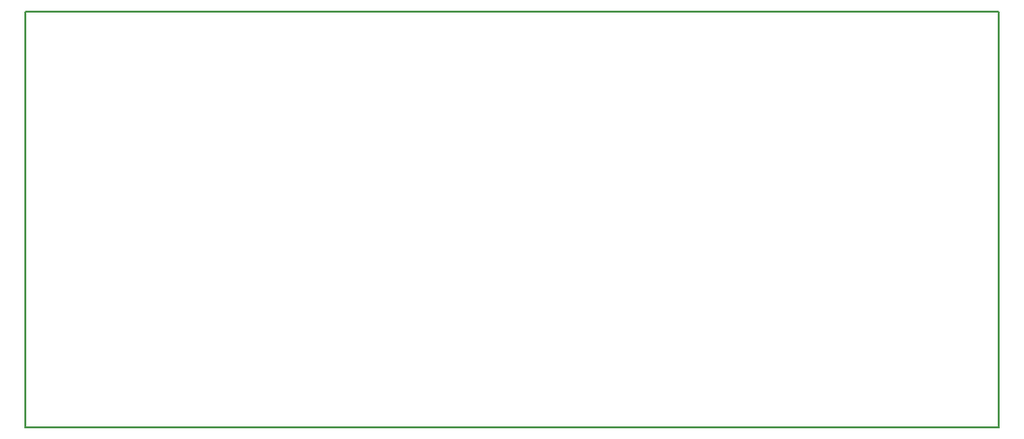
<source format=gm1>
G04 MADE WITH FRITZING*
G04 WWW.FRITZING.ORG*
G04 DOUBLE SIDED*
G04 HOLES PLATED*
G04 CONTOUR ON CENTER OF CONTOUR VECTOR*
%ASAXBY*%
%FSLAX23Y23*%
%MOIN*%
%OFA0B0*%
%SFA1.0B1.0*%
%ADD10R,3.340480X1.435990*%
%ADD11C,0.008000*%
%ADD10C,0.008*%
%LNCONTOUR*%
G90*
G70*
G54D10*
G54D11*
X4Y1432D02*
X3336Y1432D01*
X3336Y4D01*
X4Y4D01*
X4Y1432D01*
D02*
G04 End of contour*
M02*
</source>
